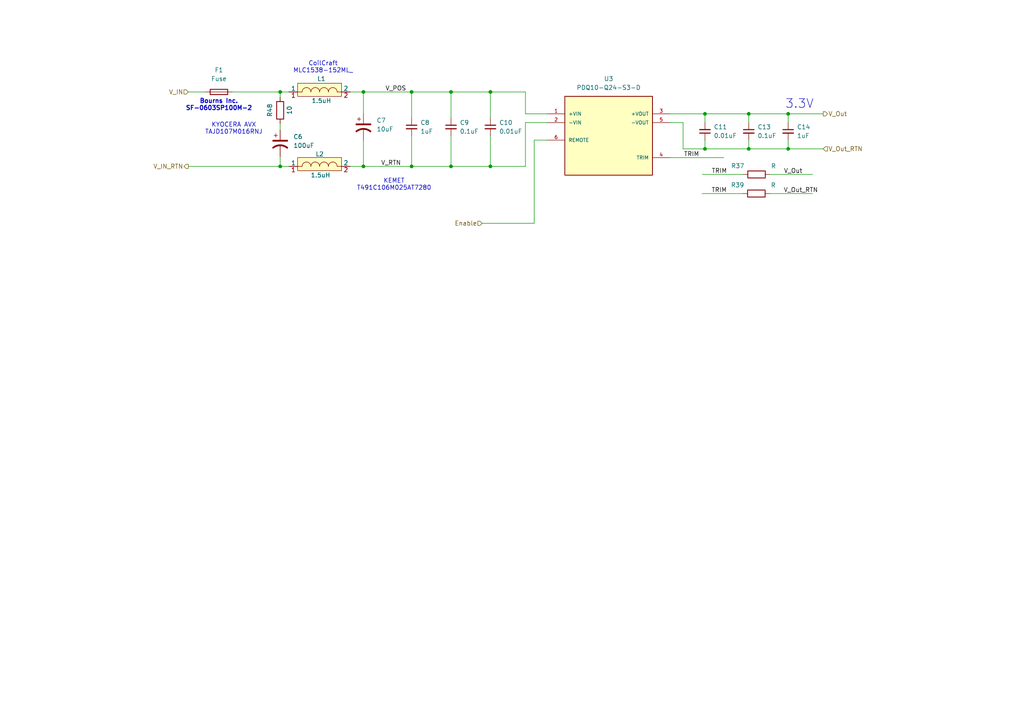
<source format=kicad_sch>
(kicad_sch
	(version 20250114)
	(generator "eeschema")
	(generator_version "9.0")
	(uuid "469251ef-fdc7-41a5-b07e-c3f179f818de")
	(paper "A4")
	(lib_symbols
		(symbol "CUI:PDQ10-Q24-S3-D"
			(pin_names
				(offset 1.016)
			)
			(exclude_from_sim no)
			(in_bom yes)
			(on_board yes)
			(property "Reference" "U"
				(at -12.725 10.1799 0)
				(effects
					(font
						(size 1.27 1.27)
					)
					(justify left bottom)
				)
			)
			(property "Value" "PDQ10-Q24-S3-D"
				(at -12.7248 -15.2698 0)
				(effects
					(font
						(size 1.27 1.27)
					)
					(justify left bottom)
				)
			)
			(property "Footprint" "PDQ10-Q24-S3-D:CONV_PDQ10-Q24-S3-D"
				(at 0 0 0)
				(effects
					(font
						(size 1.27 1.27)
					)
					(justify bottom)
					(hide yes)
				)
			)
			(property "Datasheet" ""
				(at 0 0 0)
				(effects
					(font
						(size 1.27 1.27)
					)
					(hide yes)
				)
			)
			(property "Description" ""
				(at 0 0 0)
				(effects
					(font
						(size 1.27 1.27)
					)
					(hide yes)
				)
			)
			(property "MF" "CUI Inc."
				(at 0 0 0)
				(effects
					(font
						(size 1.27 1.27)
					)
					(justify bottom)
					(hide yes)
				)
			)
			(property "Description_1" "10 W, 4:1 Input Range, Single/Dual Regulated Output, 1500 Vdc Isolation, Dc-Dc Converter"
				(at 0 0 0)
				(effects
					(font
						(size 1.27 1.27)
					)
					(justify bottom)
					(hide yes)
				)
			)
			(property "Package" "DIP-6 CUI"
				(at 0 0 0)
				(effects
					(font
						(size 1.27 1.27)
					)
					(justify bottom)
					(hide yes)
				)
			)
			(property "Price" "None"
				(at 0 0 0)
				(effects
					(font
						(size 1.27 1.27)
					)
					(justify bottom)
					(hide yes)
				)
			)
			(property "Check_prices" "https://www.snapeda.com/parts/PDQ10-Q24-S3-D/CUI/view-part/?ref=eda"
				(at 0 0 0)
				(effects
					(font
						(size 1.27 1.27)
					)
					(justify bottom)
					(hide yes)
				)
			)
			(property "STANDARD" "Manufacturer Recommendations"
				(at 0 0 0)
				(effects
					(font
						(size 1.27 1.27)
					)
					(justify bottom)
					(hide yes)
				)
			)
			(property "PARTREV" "1.0"
				(at 0 0 0)
				(effects
					(font
						(size 1.27 1.27)
					)
					(justify bottom)
					(hide yes)
				)
			)
			(property "SnapEDA_Link" "https://www.snapeda.com/parts/PDQ10-Q24-S3-D/CUI/view-part/?ref=snap"
				(at 0 0 0)
				(effects
					(font
						(size 1.27 1.27)
					)
					(justify bottom)
					(hide yes)
				)
			)
			(property "MP" "PDQ10-Q24-S3-D"
				(at 0 0 0)
				(effects
					(font
						(size 1.27 1.27)
					)
					(justify bottom)
					(hide yes)
				)
			)
			(property "CUI_purchase_URL" "https://www.cui.com/product/dc-dc-converters/isolated/pdq10-d-series?utm_source=snapeda.com&utm_medium=referral&utm_campaign=snapedaBOM"
				(at 0 0 0)
				(effects
					(font
						(size 1.27 1.27)
					)
					(justify bottom)
					(hide yes)
				)
			)
			(property "Availability" "In Stock"
				(at 0 0 0)
				(effects
					(font
						(size 1.27 1.27)
					)
					(justify bottom)
					(hide yes)
				)
			)
			(property "MANUFACTURER" "CUI Inc"
				(at 0 0 0)
				(effects
					(font
						(size 1.27 1.27)
					)
					(justify bottom)
					(hide yes)
				)
			)
			(symbol "PDQ10-Q24-S3-D_0_0"
				(rectangle
					(start -12.7 -12.7)
					(end 12.7 10.16)
					(stroke
						(width 0.254)
						(type default)
					)
					(fill
						(type background)
					)
				)
				(pin input line
					(at -17.78 5.08 0)
					(length 5.08)
					(name "+VIN"
						(effects
							(font
								(size 1.016 1.016)
							)
						)
					)
					(number "1"
						(effects
							(font
								(size 1.016 1.016)
							)
						)
					)
				)
				(pin input line
					(at -17.78 2.54 0)
					(length 5.08)
					(name "-VIN"
						(effects
							(font
								(size 1.016 1.016)
							)
						)
					)
					(number "2"
						(effects
							(font
								(size 1.016 1.016)
							)
						)
					)
				)
				(pin input line
					(at -17.78 -2.54 0)
					(length 5.08)
					(name "REMOTE"
						(effects
							(font
								(size 1.016 1.016)
							)
						)
					)
					(number "6"
						(effects
							(font
								(size 1.016 1.016)
							)
						)
					)
				)
				(pin output line
					(at 17.78 5.08 180)
					(length 5.08)
					(name "+VOUT"
						(effects
							(font
								(size 1.016 1.016)
							)
						)
					)
					(number "3"
						(effects
							(font
								(size 1.016 1.016)
							)
						)
					)
				)
				(pin output line
					(at 17.78 2.54 180)
					(length 5.08)
					(name "-VOUT"
						(effects
							(font
								(size 1.016 1.016)
							)
						)
					)
					(number "5"
						(effects
							(font
								(size 1.016 1.016)
							)
						)
					)
				)
				(pin passive line
					(at 17.78 -7.62 180)
					(length 5.08)
					(name "TRIM"
						(effects
							(font
								(size 1.016 1.016)
							)
						)
					)
					(number "4"
						(effects
							(font
								(size 1.016 1.016)
							)
						)
					)
				)
			)
			(embedded_fonts no)
		)
		(symbol "CoilCraft:MLC7542"
			(pin_names
				(offset 0)
			)
			(exclude_from_sim no)
			(in_bom yes)
			(on_board yes)
			(property "Reference" "L"
				(at 5.334 3.81 0)
				(effects
					(font
						(size 1.27 1.27)
					)
				)
			)
			(property "Value" ""
				(at 6.35 3.302 0)
				(effects
					(font
						(size 1.27 1.27)
					)
				)
			)
			(property "Footprint" ""
				(at 6.35 3.302 0)
				(effects
					(font
						(size 1.27 1.27)
					)
					(hide yes)
				)
			)
			(property "Datasheet" ""
				(at 6.35 3.302 0)
				(effects
					(font
						(size 1.27 1.27)
					)
					(hide yes)
				)
			)
			(property "Description" ""
				(at 6.35 3.302 0)
				(effects
					(font
						(size 1.27 1.27)
					)
					(hide yes)
				)
			)
			(symbol "MLC7542_0_1"
				(arc
					(start 1.27 0)
					(mid 1.642 0.898)
					(end 2.54 1.27)
					(stroke
						(width 0)
						(type default)
					)
					(fill
						(type none)
					)
				)
				(arc
					(start 2.54 1.27)
					(mid 3.438 0.898)
					(end 3.81 0)
					(stroke
						(width 0)
						(type default)
					)
					(fill
						(type none)
					)
				)
				(arc
					(start 3.81 0)
					(mid 4.182 0.898)
					(end 5.08 1.27)
					(stroke
						(width 0)
						(type default)
					)
					(fill
						(type none)
					)
				)
				(arc
					(start 5.08 1.27)
					(mid 5.978 0.898)
					(end 6.35 0)
					(stroke
						(width 0)
						(type default)
					)
					(fill
						(type none)
					)
				)
				(arc
					(start 6.35 0)
					(mid 6.722 0.898)
					(end 7.62 1.27)
					(stroke
						(width 0)
						(type default)
					)
					(fill
						(type none)
					)
				)
				(arc
					(start 7.62 1.27)
					(mid 8.518 0.898)
					(end 8.89 0)
					(stroke
						(width 0)
						(type default)
					)
					(fill
						(type none)
					)
				)
				(arc
					(start 8.89 0)
					(mid 9.262 0.898)
					(end 10.16 1.27)
					(stroke
						(width 0)
						(type default)
					)
					(fill
						(type none)
					)
				)
				(arc
					(start 10.16 1.27)
					(mid 11.058 0.898)
					(end 11.43 0)
					(stroke
						(width 0)
						(type default)
					)
					(fill
						(type none)
					)
				)
			)
			(symbol "MLC7542_1_1"
				(rectangle
					(start 0 2.54)
					(end 12.7 -1.27)
					(stroke
						(width 0)
						(type default)
					)
					(fill
						(type background)
					)
				)
				(polyline
					(pts
						(xy 1.27 0) (xy 0 0)
					)
					(stroke
						(width 0)
						(type default)
					)
					(fill
						(type none)
					)
				)
				(polyline
					(pts
						(xy 11.43 0) (xy 12.7 0)
					)
					(stroke
						(width 0)
						(type default)
					)
					(fill
						(type none)
					)
				)
				(pin bidirectional line
					(at -2.54 0 0)
					(length 2.54)
					(name "1"
						(effects
							(font
								(size 1.27 1.27)
							)
						)
					)
					(number "1"
						(effects
							(font
								(size 1.27 1.27)
							)
						)
					)
				)
				(pin bidirectional line
					(at 15.24 0 180)
					(length 2.54)
					(name "2"
						(effects
							(font
								(size 1.27 1.27)
							)
						)
					)
					(number "2"
						(effects
							(font
								(size 1.27 1.27)
							)
						)
					)
				)
			)
			(embedded_fonts no)
		)
		(symbol "Device:C_Polarized_US"
			(pin_numbers
				(hide yes)
			)
			(pin_names
				(offset 0.254)
				(hide yes)
			)
			(exclude_from_sim no)
			(in_bom yes)
			(on_board yes)
			(property "Reference" "C"
				(at 0.635 2.54 0)
				(effects
					(font
						(size 1.27 1.27)
					)
					(justify left)
				)
			)
			(property "Value" "C_Polarized_US"
				(at 0.635 -2.54 0)
				(effects
					(font
						(size 1.27 1.27)
					)
					(justify left)
				)
			)
			(property "Footprint" ""
				(at 0 0 0)
				(effects
					(font
						(size 1.27 1.27)
					)
					(hide yes)
				)
			)
			(property "Datasheet" "~"
				(at 0 0 0)
				(effects
					(font
						(size 1.27 1.27)
					)
					(hide yes)
				)
			)
			(property "Description" "Polarized capacitor, US symbol"
				(at 0 0 0)
				(effects
					(font
						(size 1.27 1.27)
					)
					(hide yes)
				)
			)
			(property "ki_keywords" "cap capacitor"
				(at 0 0 0)
				(effects
					(font
						(size 1.27 1.27)
					)
					(hide yes)
				)
			)
			(property "ki_fp_filters" "CP_*"
				(at 0 0 0)
				(effects
					(font
						(size 1.27 1.27)
					)
					(hide yes)
				)
			)
			(symbol "C_Polarized_US_0_1"
				(polyline
					(pts
						(xy -2.032 0.762) (xy 2.032 0.762)
					)
					(stroke
						(width 0.508)
						(type default)
					)
					(fill
						(type none)
					)
				)
				(polyline
					(pts
						(xy -1.778 2.286) (xy -0.762 2.286)
					)
					(stroke
						(width 0)
						(type default)
					)
					(fill
						(type none)
					)
				)
				(polyline
					(pts
						(xy -1.27 1.778) (xy -1.27 2.794)
					)
					(stroke
						(width 0)
						(type default)
					)
					(fill
						(type none)
					)
				)
				(arc
					(start -2.032 -1.27)
					(mid 0 -0.5572)
					(end 2.032 -1.27)
					(stroke
						(width 0.508)
						(type default)
					)
					(fill
						(type none)
					)
				)
			)
			(symbol "C_Polarized_US_1_1"
				(pin passive line
					(at 0 3.81 270)
					(length 2.794)
					(name "~"
						(effects
							(font
								(size 1.27 1.27)
							)
						)
					)
					(number "1"
						(effects
							(font
								(size 1.27 1.27)
							)
						)
					)
				)
				(pin passive line
					(at 0 -3.81 90)
					(length 3.302)
					(name "~"
						(effects
							(font
								(size 1.27 1.27)
							)
						)
					)
					(number "2"
						(effects
							(font
								(size 1.27 1.27)
							)
						)
					)
				)
			)
			(embedded_fonts no)
		)
		(symbol "Device:C_Small"
			(pin_numbers
				(hide yes)
			)
			(pin_names
				(offset 0.254)
				(hide yes)
			)
			(exclude_from_sim no)
			(in_bom yes)
			(on_board yes)
			(property "Reference" "C"
				(at 0.254 1.778 0)
				(effects
					(font
						(size 1.27 1.27)
					)
					(justify left)
				)
			)
			(property "Value" "C_Small"
				(at 0.254 -2.032 0)
				(effects
					(font
						(size 1.27 1.27)
					)
					(justify left)
				)
			)
			(property "Footprint" ""
				(at 0 0 0)
				(effects
					(font
						(size 1.27 1.27)
					)
					(hide yes)
				)
			)
			(property "Datasheet" "~"
				(at 0 0 0)
				(effects
					(font
						(size 1.27 1.27)
					)
					(hide yes)
				)
			)
			(property "Description" "Unpolarized capacitor, small symbol"
				(at 0 0 0)
				(effects
					(font
						(size 1.27 1.27)
					)
					(hide yes)
				)
			)
			(property "ki_keywords" "capacitor cap"
				(at 0 0 0)
				(effects
					(font
						(size 1.27 1.27)
					)
					(hide yes)
				)
			)
			(property "ki_fp_filters" "C_*"
				(at 0 0 0)
				(effects
					(font
						(size 1.27 1.27)
					)
					(hide yes)
				)
			)
			(symbol "C_Small_0_1"
				(polyline
					(pts
						(xy -1.524 0.508) (xy 1.524 0.508)
					)
					(stroke
						(width 0.3048)
						(type default)
					)
					(fill
						(type none)
					)
				)
				(polyline
					(pts
						(xy -1.524 -0.508) (xy 1.524 -0.508)
					)
					(stroke
						(width 0.3302)
						(type default)
					)
					(fill
						(type none)
					)
				)
			)
			(symbol "C_Small_1_1"
				(pin passive line
					(at 0 2.54 270)
					(length 2.032)
					(name "~"
						(effects
							(font
								(size 1.27 1.27)
							)
						)
					)
					(number "1"
						(effects
							(font
								(size 1.27 1.27)
							)
						)
					)
				)
				(pin passive line
					(at 0 -2.54 90)
					(length 2.032)
					(name "~"
						(effects
							(font
								(size 1.27 1.27)
							)
						)
					)
					(number "2"
						(effects
							(font
								(size 1.27 1.27)
							)
						)
					)
				)
			)
			(embedded_fonts no)
		)
		(symbol "Device:Fuse"
			(pin_numbers
				(hide yes)
			)
			(pin_names
				(offset 0)
			)
			(exclude_from_sim no)
			(in_bom yes)
			(on_board yes)
			(property "Reference" "F"
				(at 2.032 0 90)
				(effects
					(font
						(size 1.27 1.27)
					)
				)
			)
			(property "Value" "Fuse"
				(at -1.905 0 90)
				(effects
					(font
						(size 1.27 1.27)
					)
				)
			)
			(property "Footprint" ""
				(at -1.778 0 90)
				(effects
					(font
						(size 1.27 1.27)
					)
					(hide yes)
				)
			)
			(property "Datasheet" "~"
				(at 0 0 0)
				(effects
					(font
						(size 1.27 1.27)
					)
					(hide yes)
				)
			)
			(property "Description" "Fuse"
				(at 0 0 0)
				(effects
					(font
						(size 1.27 1.27)
					)
					(hide yes)
				)
			)
			(property "ki_keywords" "fuse"
				(at 0 0 0)
				(effects
					(font
						(size 1.27 1.27)
					)
					(hide yes)
				)
			)
			(property "ki_fp_filters" "*Fuse*"
				(at 0 0 0)
				(effects
					(font
						(size 1.27 1.27)
					)
					(hide yes)
				)
			)
			(symbol "Fuse_0_1"
				(rectangle
					(start -0.762 -2.54)
					(end 0.762 2.54)
					(stroke
						(width 0.254)
						(type default)
					)
					(fill
						(type none)
					)
				)
				(polyline
					(pts
						(xy 0 2.54) (xy 0 -2.54)
					)
					(stroke
						(width 0)
						(type default)
					)
					(fill
						(type none)
					)
				)
			)
			(symbol "Fuse_1_1"
				(pin passive line
					(at 0 3.81 270)
					(length 1.27)
					(name "~"
						(effects
							(font
								(size 1.27 1.27)
							)
						)
					)
					(number "1"
						(effects
							(font
								(size 1.27 1.27)
							)
						)
					)
				)
				(pin passive line
					(at 0 -3.81 90)
					(length 1.27)
					(name "~"
						(effects
							(font
								(size 1.27 1.27)
							)
						)
					)
					(number "2"
						(effects
							(font
								(size 1.27 1.27)
							)
						)
					)
				)
			)
			(embedded_fonts no)
		)
		(symbol "Device:R"
			(pin_numbers
				(hide yes)
			)
			(pin_names
				(offset 0)
			)
			(exclude_from_sim no)
			(in_bom yes)
			(on_board yes)
			(property "Reference" "R"
				(at 2.032 0 90)
				(effects
					(font
						(size 1.27 1.27)
					)
				)
			)
			(property "Value" "R"
				(at 0 0 90)
				(effects
					(font
						(size 1.27 1.27)
					)
				)
			)
			(property "Footprint" ""
				(at -1.778 0 90)
				(effects
					(font
						(size 1.27 1.27)
					)
					(hide yes)
				)
			)
			(property "Datasheet" "~"
				(at 0 0 0)
				(effects
					(font
						(size 1.27 1.27)
					)
					(hide yes)
				)
			)
			(property "Description" "Resistor"
				(at 0 0 0)
				(effects
					(font
						(size 1.27 1.27)
					)
					(hide yes)
				)
			)
			(property "ki_keywords" "R res resistor"
				(at 0 0 0)
				(effects
					(font
						(size 1.27 1.27)
					)
					(hide yes)
				)
			)
			(property "ki_fp_filters" "R_*"
				(at 0 0 0)
				(effects
					(font
						(size 1.27 1.27)
					)
					(hide yes)
				)
			)
			(symbol "R_0_1"
				(rectangle
					(start -1.016 -2.54)
					(end 1.016 2.54)
					(stroke
						(width 0.254)
						(type default)
					)
					(fill
						(type none)
					)
				)
			)
			(symbol "R_1_1"
				(pin passive line
					(at 0 3.81 270)
					(length 1.27)
					(name "~"
						(effects
							(font
								(size 1.27 1.27)
							)
						)
					)
					(number "1"
						(effects
							(font
								(size 1.27 1.27)
							)
						)
					)
				)
				(pin passive line
					(at 0 -3.81 90)
					(length 1.27)
					(name "~"
						(effects
							(font
								(size 1.27 1.27)
							)
						)
					)
					(number "2"
						(effects
							(font
								(size 1.27 1.27)
							)
						)
					)
				)
			)
			(embedded_fonts no)
		)
	)
	(text "Bourns Inc.\nSF-0603SP100M-2"
		(exclude_from_sim no)
		(at 63.5 30.4712 0)
		(effects
			(font
				(size 1.27 1.27)
				(thickness 0.254)
				(bold yes)
			)
		)
		(uuid "870b468f-e460-4577-b39c-ef4bcb9aa227")
	)
	(text "KYOCERA AVX\nTAJD107M016RNJ"
		(exclude_from_sim no)
		(at 67.818 37.338 0)
		(effects
			(font
				(size 1.27 1.27)
			)
		)
		(uuid "8efa30cf-d6fd-44c1-8814-24869f7246e4")
	)
	(text "KEMET\nT491C106M025AT7280"
		(exclude_from_sim no)
		(at 114.3 53.594 0)
		(effects
			(font
				(size 1.27 1.27)
			)
		)
		(uuid "c5ebe88a-52fd-4252-b6b7-f99e90bd4824")
	)
	(text "CoilCraft\nMLC1538-152ML_"
		(exclude_from_sim no)
		(at 93.7194 19.537 0)
		(effects
			(font
				(size 1.27 1.27)
			)
		)
		(uuid "c96c875b-ba76-41cb-946b-03b6178ef8f6")
	)
	(text "3.3V"
		(exclude_from_sim no)
		(at 231.902 30.226 0)
		(effects
			(font
				(size 2.54 2.54)
			)
		)
		(uuid "fb79b4a4-3e2c-4dd0-a9a6-9756497fc68d")
	)
	(junction
		(at 217.17 33.02)
		(diameter 0)
		(color 0 0 0 0)
		(uuid "037775c5-88c2-44fe-b594-3e7ecbd6a798")
	)
	(junction
		(at 142.24 26.67)
		(diameter 0)
		(color 0 0 0 0)
		(uuid "0955f71a-533d-472f-8ae2-8310cbaecd4c")
	)
	(junction
		(at 81.2601 26.67)
		(diameter 0)
		(color 0 0 0 0)
		(uuid "0c120aa7-f0bd-4653-b165-3f83648985be")
	)
	(junction
		(at 81.2647 48.26)
		(diameter 0)
		(color 0 0 0 0)
		(uuid "163b7de0-7f41-4343-814d-626f6994728e")
	)
	(junction
		(at 130.81 26.67)
		(diameter 0)
		(color 0 0 0 0)
		(uuid "2038201d-879f-4098-b15d-044bf58de084")
	)
	(junction
		(at 204.47 43.18)
		(diameter 0)
		(color 0 0 0 0)
		(uuid "2890caa6-ee36-455d-a1ba-a65944f60697")
	)
	(junction
		(at 142.24 48.26)
		(diameter 0)
		(color 0 0 0 0)
		(uuid "4f544eca-b68e-470a-89d3-9dd5f9d42543")
	)
	(junction
		(at 119.38 48.26)
		(diameter 0)
		(color 0 0 0 0)
		(uuid "58511d6e-6d21-44c5-be42-518437ccdd82")
	)
	(junction
		(at 217.17 43.18)
		(diameter 0)
		(color 0 0 0 0)
		(uuid "5b349b79-e988-430f-87cb-09f94b3107be")
	)
	(junction
		(at 204.47 33.02)
		(diameter 0)
		(color 0 0 0 0)
		(uuid "5e6cf777-d251-48a2-ae20-7659abe9b7d0")
	)
	(junction
		(at 228.6 43.18)
		(diameter 0)
		(color 0 0 0 0)
		(uuid "654ff6c4-cc04-4b64-86ce-1ba2ec6014ef")
	)
	(junction
		(at 119.38 26.67)
		(diameter 0)
		(color 0 0 0 0)
		(uuid "69f1ba70-6f24-4d4c-b338-2efd9c314279")
	)
	(junction
		(at 130.81 48.26)
		(diameter 0)
		(color 0 0 0 0)
		(uuid "8449b902-205e-49e6-a1b5-8401cdf5d519")
	)
	(junction
		(at 228.6 33.02)
		(diameter 0)
		(color 0 0 0 0)
		(uuid "95124cab-5eaa-4506-a84e-eb23165143df")
	)
	(junction
		(at 105.41 26.67)
		(diameter 0)
		(color 0 0 0 0)
		(uuid "99c8a475-4ce8-45cb-b874-2df5d61c0394")
	)
	(junction
		(at 105.41 48.26)
		(diameter 0)
		(color 0 0 0 0)
		(uuid "c0031dce-3a4b-4294-ab47-ccfbb70326ab")
	)
	(wire
		(pts
			(xy 54.61 26.67) (xy 59.69 26.67)
		)
		(stroke
			(width 0)
			(type default)
		)
		(uuid "05c54a07-4f6e-467b-a259-ae7c4589bf3a")
	)
	(wire
		(pts
			(xy 198.12 43.18) (xy 198.12 35.56)
		)
		(stroke
			(width 0)
			(type default)
		)
		(uuid "168b18eb-489d-47ba-bd9f-695090fe5cb6")
	)
	(wire
		(pts
			(xy 152.4 26.67) (xy 152.4 33.02)
		)
		(stroke
			(width 0)
			(type default)
		)
		(uuid "1836bc67-978b-4645-bfa4-5b288f464057")
	)
	(wire
		(pts
			(xy 204.47 43.18) (xy 217.17 43.18)
		)
		(stroke
			(width 0)
			(type default)
		)
		(uuid "18a007f1-fc8e-4f49-9512-5c3a2c0c8b8f")
	)
	(wire
		(pts
			(xy 228.6 43.18) (xy 238.76 43.18)
		)
		(stroke
			(width 0)
			(type default)
		)
		(uuid "20cd3366-ece5-4130-b3c7-2942c8b0abd6")
	)
	(wire
		(pts
			(xy 228.6 40.64) (xy 228.6 43.18)
		)
		(stroke
			(width 0)
			(type default)
		)
		(uuid "23104872-7426-465d-aa26-71a9b6825d87")
	)
	(wire
		(pts
			(xy 223.2396 50.5904) (xy 235.6813 50.5904)
		)
		(stroke
			(width 0)
			(type default)
		)
		(uuid "233639f7-7c97-4efc-9338-8ee71635bbba")
	)
	(wire
		(pts
			(xy 130.81 39.37) (xy 130.81 48.26)
		)
		(stroke
			(width 0)
			(type default)
		)
		(uuid "262902ad-5b78-4072-bf66-2e4743c5fa3b")
	)
	(wire
		(pts
			(xy 142.24 39.37) (xy 142.24 48.26)
		)
		(stroke
			(width 0)
			(type default)
		)
		(uuid "291cf113-da50-4c24-8097-6a3540d68411")
	)
	(wire
		(pts
			(xy 154.94 40.64) (xy 154.94 64.77)
		)
		(stroke
			(width 0)
			(type default)
		)
		(uuid "323ab4e5-2d58-4098-b690-d90d7a320a13")
	)
	(wire
		(pts
			(xy 228.6 33.02) (xy 238.76 33.02)
		)
		(stroke
			(width 0)
			(type default)
		)
		(uuid "343a55ed-960e-4964-a284-f913d4142e7a")
	)
	(wire
		(pts
			(xy 81.2601 35.8136) (xy 81.2601 37.7664)
		)
		(stroke
			(width 0)
			(type default)
		)
		(uuid "34e759e9-478e-4c86-a6a4-74fbe93bd9b1")
	)
	(wire
		(pts
			(xy 81.2647 45.3864) (xy 81.2647 48.26)
		)
		(stroke
			(width 0)
			(type default)
		)
		(uuid "393fffbb-f924-49d0-8886-70b5caa2408d")
	)
	(wire
		(pts
			(xy 204.47 43.18) (xy 204.47 40.64)
		)
		(stroke
			(width 0)
			(type default)
		)
		(uuid "3ff245b7-64c2-4b72-9b51-80dd710f0022")
	)
	(wire
		(pts
			(xy 223.1907 56.1421) (xy 235.6324 56.1421)
		)
		(stroke
			(width 0)
			(type default)
		)
		(uuid "44e141b2-4a7e-4b26-b23a-0abb9b8f9d0a")
	)
	(wire
		(pts
			(xy 81.2647 48.26) (xy 83.82 48.26)
		)
		(stroke
			(width 0)
			(type default)
		)
		(uuid "49da5f45-62ab-4ed5-a315-ce3244afae3e")
	)
	(wire
		(pts
			(xy 217.17 33.02) (xy 228.6 33.02)
		)
		(stroke
			(width 0)
			(type default)
		)
		(uuid "4b5735de-b2eb-4387-bae8-2fb569e56b43")
	)
	(wire
		(pts
			(xy 217.17 40.64) (xy 217.17 43.18)
		)
		(stroke
			(width 0)
			(type default)
		)
		(uuid "4b8b3250-cdc7-4518-8d69-5684d0c77d77")
	)
	(wire
		(pts
			(xy 215.5707 56.1421) (xy 203.6426 56.1421)
		)
		(stroke
			(width 0)
			(type default)
		)
		(uuid "5b14eea5-2139-442e-8761-e933d4b505c1")
	)
	(wire
		(pts
			(xy 204.47 33.02) (xy 217.17 33.02)
		)
		(stroke
			(width 0)
			(type default)
		)
		(uuid "5ccfd18d-d275-431a-a7f1-cb313d330413")
	)
	(wire
		(pts
			(xy 119.38 39.37) (xy 119.38 48.26)
		)
		(stroke
			(width 0)
			(type default)
		)
		(uuid "5fb73e94-f3ca-43a8-952e-996c410abf4b")
	)
	(wire
		(pts
			(xy 228.6 43.18) (xy 217.17 43.18)
		)
		(stroke
			(width 0)
			(type default)
		)
		(uuid "5ff54c47-0e47-4229-a06f-064bb4d98d72")
	)
	(wire
		(pts
			(xy 194.31 45.72) (xy 209.9249 45.72)
		)
		(stroke
			(width 0)
			(type default)
		)
		(uuid "6b5deab7-e9f1-47ab-8634-7c66dfe20438")
	)
	(wire
		(pts
			(xy 105.41 48.26) (xy 101.6 48.26)
		)
		(stroke
			(width 0)
			(type default)
		)
		(uuid "6e1f4a4f-61ce-4de5-b9c6-c0e0590f8a74")
	)
	(wire
		(pts
			(xy 204.47 33.02) (xy 204.47 35.56)
		)
		(stroke
			(width 0)
			(type default)
		)
		(uuid "7314e8c7-e099-4379-b87b-93b7e7c6f81b")
	)
	(wire
		(pts
			(xy 198.12 35.56) (xy 194.31 35.56)
		)
		(stroke
			(width 0)
			(type default)
		)
		(uuid "7488d630-605b-4547-9620-61ac86a91c54")
	)
	(wire
		(pts
			(xy 130.81 26.67) (xy 142.24 26.67)
		)
		(stroke
			(width 0)
			(type default)
		)
		(uuid "77b02cc0-4281-4c0d-b256-71f0ba9fbf47")
	)
	(wire
		(pts
			(xy 152.4 33.02) (xy 158.75 33.02)
		)
		(stroke
			(width 0)
			(type default)
		)
		(uuid "7a9d5c53-9775-4de9-9e04-9042fe00dd2e")
	)
	(wire
		(pts
			(xy 105.41 26.67) (xy 101.6 26.67)
		)
		(stroke
			(width 0)
			(type default)
		)
		(uuid "7f8b2ba4-502e-47cd-badb-d3d87eabf22f")
	)
	(wire
		(pts
			(xy 81.2601 26.67) (xy 83.82 26.67)
		)
		(stroke
			(width 0)
			(type default)
		)
		(uuid "80986106-91a9-4c05-b5f3-8bb62a7dcc89")
	)
	(wire
		(pts
			(xy 81.2601 37.7664) (xy 81.2647 37.7664)
		)
		(stroke
			(width 0)
			(type default)
		)
		(uuid "861e2b37-8843-4b98-9509-20171406e53e")
	)
	(wire
		(pts
			(xy 54.61 48.26) (xy 81.2647 48.26)
		)
		(stroke
			(width 0)
			(type default)
		)
		(uuid "8e4324f0-c63e-4813-816b-8a12e9bfaa10")
	)
	(wire
		(pts
			(xy 105.41 40.64) (xy 105.41 48.26)
		)
		(stroke
			(width 0)
			(type default)
		)
		(uuid "90252fc6-050d-43fb-9c93-a0250fc4fa9d")
	)
	(wire
		(pts
			(xy 119.38 26.67) (xy 130.81 26.67)
		)
		(stroke
			(width 0)
			(type default)
		)
		(uuid "93f4dd5c-8c11-4195-bee9-81f050cbdc4a")
	)
	(wire
		(pts
			(xy 130.81 48.26) (xy 119.38 48.26)
		)
		(stroke
			(width 0)
			(type default)
		)
		(uuid "9d152559-e13c-4c3c-b33e-fc616f38849e")
	)
	(wire
		(pts
			(xy 152.4 35.56) (xy 152.4 48.26)
		)
		(stroke
			(width 0)
			(type default)
		)
		(uuid "9dab66da-3a3e-4087-8a3c-c506f7224c95")
	)
	(wire
		(pts
			(xy 142.24 48.26) (xy 130.81 48.26)
		)
		(stroke
			(width 0)
			(type default)
		)
		(uuid "9f34cabe-a013-4d47-be3d-600f5e335d23")
	)
	(wire
		(pts
			(xy 142.24 26.67) (xy 152.4 26.67)
		)
		(stroke
			(width 0)
			(type default)
		)
		(uuid "9f4ae868-2b4a-47ec-84ae-267f42399a7b")
	)
	(wire
		(pts
			(xy 154.94 64.77) (xy 139.8456 64.77)
		)
		(stroke
			(width 0)
			(type default)
		)
		(uuid "a0052d6d-f4ab-4437-b10a-c3ad0cd336f9")
	)
	(wire
		(pts
			(xy 119.38 48.26) (xy 105.41 48.26)
		)
		(stroke
			(width 0)
			(type default)
		)
		(uuid "a6650882-9756-4d36-8925-77347564ffab")
	)
	(wire
		(pts
			(xy 158.75 40.64) (xy 154.94 40.64)
		)
		(stroke
			(width 0)
			(type default)
		)
		(uuid "af0c66b9-9906-45c9-99ef-0d2e6a0c2308")
	)
	(wire
		(pts
			(xy 194.31 33.02) (xy 204.47 33.02)
		)
		(stroke
			(width 0)
			(type default)
		)
		(uuid "b7d91c7b-9025-4014-a5db-8b8c8102ce03")
	)
	(wire
		(pts
			(xy 228.6 33.02) (xy 228.6 35.56)
		)
		(stroke
			(width 0)
			(type default)
		)
		(uuid "bcc28341-d44e-4050-9276-cbeefaf0843f")
	)
	(wire
		(pts
			(xy 105.41 33.02) (xy 105.41 26.67)
		)
		(stroke
			(width 0)
			(type default)
		)
		(uuid "cbd941eb-612e-452f-9427-9d008fe91674")
	)
	(wire
		(pts
			(xy 105.41 26.67) (xy 119.38 26.67)
		)
		(stroke
			(width 0)
			(type default)
		)
		(uuid "ce14c83e-30cd-4656-86eb-3722bf876799")
	)
	(wire
		(pts
			(xy 215.6196 50.5904) (xy 203.6915 50.5904)
		)
		(stroke
			(width 0)
			(type default)
		)
		(uuid "ce3c3626-cdf2-4f41-af18-bf2083ae5d36")
	)
	(wire
		(pts
			(xy 158.75 35.56) (xy 152.4 35.56)
		)
		(stroke
			(width 0)
			(type default)
		)
		(uuid "de144302-294d-437d-884b-162d2a033b32")
	)
	(wire
		(pts
			(xy 152.4 48.26) (xy 142.24 48.26)
		)
		(stroke
			(width 0)
			(type default)
		)
		(uuid "e0296ce1-f88d-4057-83cb-1dfc41f74d12")
	)
	(wire
		(pts
			(xy 204.47 43.18) (xy 198.12 43.18)
		)
		(stroke
			(width 0)
			(type default)
		)
		(uuid "e378a213-ccda-4f06-bc81-f995b8ee161f")
	)
	(wire
		(pts
			(xy 142.24 26.67) (xy 142.24 34.29)
		)
		(stroke
			(width 0)
			(type default)
		)
		(uuid "e8542061-9e09-4082-b5ae-e8af625f5ff0")
	)
	(wire
		(pts
			(xy 81.2601 28.1936) (xy 81.2601 26.67)
		)
		(stroke
			(width 0)
			(type default)
		)
		(uuid "e993508f-4d60-4745-9ba9-3344e486fa41")
	)
	(wire
		(pts
			(xy 130.81 26.67) (xy 130.81 34.29)
		)
		(stroke
			(width 0)
			(type default)
		)
		(uuid "ef9f816f-c408-4daf-888e-b948d2406a3d")
	)
	(wire
		(pts
			(xy 67.31 26.67) (xy 81.2601 26.67)
		)
		(stroke
			(width 0)
			(type default)
		)
		(uuid "f13ddf75-d1e5-4a05-8722-3a9b6377570b")
	)
	(wire
		(pts
			(xy 119.38 26.67) (xy 119.38 34.29)
		)
		(stroke
			(width 0)
			(type default)
		)
		(uuid "f48281b4-e752-4cf8-ae6e-e16cb82c907a")
	)
	(wire
		(pts
			(xy 217.17 33.02) (xy 217.17 35.56)
		)
		(stroke
			(width 0)
			(type default)
		)
		(uuid "f7f80f5e-b1b0-44b9-a87e-ec52e2d5bc65")
	)
	(label "TRIM"
		(at 206.3818 50.5904 0)
		(effects
			(font
				(size 1.27 1.27)
			)
			(justify left bottom)
		)
		(uuid "1ee11df4-e515-4231-b4cc-287029a4a8a2")
	)
	(label "V_Out"
		(at 227.317 50.5904 0)
		(effects
			(font
				(size 1.27 1.27)
			)
			(justify left bottom)
		)
		(uuid "4cd41d78-3b21-4d58-9bb8-8c872684a1d2")
	)
	(label "V_POS"
		(at 111.76 26.67 0)
		(effects
			(font
				(size 1.27 1.27)
			)
			(justify left bottom)
		)
		(uuid "559c1582-1401-4f41-a692-c89445867165")
	)
	(label "TRIM"
		(at 198.3323 45.72 0)
		(effects
			(font
				(size 1.27 1.27)
			)
			(justify left bottom)
		)
		(uuid "7d1494ef-e07b-4e82-939d-e4b41b6fb934")
	)
	(label "TRIM"
		(at 206.3329 56.1421 0)
		(effects
			(font
				(size 1.27 1.27)
			)
			(justify left bottom)
		)
		(uuid "ad162578-6eff-4295-b4be-214d13ae46df")
	)
	(label "V_Out_RTN"
		(at 227.2681 56.1421 0)
		(effects
			(font
				(size 1.27 1.27)
			)
			(justify left bottom)
		)
		(uuid "d074355b-924c-4429-aec5-125758b23747")
	)
	(label "V_RTN"
		(at 110.49 48.26 0)
		(effects
			(font
				(size 1.27 1.27)
			)
			(justify left bottom)
		)
		(uuid "e63b07b5-fed9-47db-b133-a8e07c8e1d27")
	)
	(hierarchical_label "V_Out_RTN"
		(shape input)
		(at 238.76 43.18 0)
		(effects
			(font
				(size 1.27 1.27)
			)
			(justify left)
		)
		(uuid "25c7eec9-c312-4020-87ca-efec77ec1b51")
	)
	(hierarchical_label "V_IN"
		(shape input)
		(at 54.61 26.67 180)
		(effects
			(font
				(size 1.27 1.27)
			)
			(justify right)
		)
		(uuid "8ebc4bdd-b7c5-491a-8008-5d12608c95c8")
	)
	(hierarchical_label "Enable"
		(shape input)
		(at 139.8456 64.77 180)
		(effects
			(font
				(size 1.27 1.27)
			)
			(justify right)
		)
		(uuid "daf0c3dc-7e04-4702-97b2-ddb6e50c37d8")
	)
	(hierarchical_label "V_IN_RTN"
		(shape output)
		(at 54.61 48.26 180)
		(effects
			(font
				(size 1.27 1.27)
			)
			(justify right)
		)
		(uuid "f2bd11c3-f8c9-4c03-928f-75373f84b623")
	)
	(hierarchical_label "V_Out"
		(shape output)
		(at 238.76 33.02 0)
		(effects
			(font
				(size 1.27 1.27)
			)
			(justify left)
		)
		(uuid "f3b6022a-771a-47f1-baa4-6e8f9c157c99")
	)
	(symbol
		(lib_id "Device:R")
		(at 219.4296 50.5904 90)
		(unit 1)
		(exclude_from_sim no)
		(in_bom yes)
		(on_board yes)
		(dnp no)
		(uuid "0702c71c-885b-4523-8428-487041e0bbf5")
		(property "Reference" "R37"
			(at 213.9635 48.1202 90)
			(effects
				(font
					(size 1.27 1.27)
				)
			)
		)
		(property "Value" "R"
			(at 224.3333 48.1691 90)
			(effects
				(font
					(size 1.27 1.27)
				)
			)
		)
		(property "Footprint" "Resistor_SMD:R_0805_2012Metric"
			(at 219.4296 52.3684 90)
			(effects
				(font
					(size 1.27 1.27)
				)
				(hide yes)
			)
		)
		(property "Datasheet" "~"
			(at 219.4296 50.5904 0)
			(effects
				(font
					(size 1.27 1.27)
				)
				(hide yes)
			)
		)
		(property "Description" "Resistor"
			(at 219.4296 50.5904 0)
			(effects
				(font
					(size 1.27 1.27)
				)
				(hide yes)
			)
		)
		(property "Dist. Part Num" ""
			(at 219.4296 50.5904 0)
			(effects
				(font
					(size 1.27 1.27)
				)
				(hide yes)
			)
		)
		(property "Distributor" ""
			(at 219.4296 50.5904 0)
			(effects
				(font
					(size 1.27 1.27)
				)
				(hide yes)
			)
		)
		(property "Package" "0805 (2012 Metric)"
			(at 219.4296 50.5904 0)
			(effects
				(font
					(size 1.27 1.27)
				)
				(hide yes)
			)
		)
		(property "Part Type" "SMD"
			(at 219.4296 50.5904 0)
			(effects
				(font
					(size 1.27 1.27)
				)
				(hide yes)
			)
		)
		(property "Man. Part Num" "DO NOT POPULATE"
			(at 219.4296 50.5904 0)
			(effects
				(font
					(size 1.27 1.27)
				)
				(hide yes)
			)
		)
		(property "Manufacturer" "DO NOT POPULATE"
			(at 219.4296 50.5904 0)
			(effects
				(font
					(size 1.27 1.27)
				)
				(hide yes)
			)
		)
		(pin "2"
			(uuid "a1bdc1b6-6dbb-44e7-aa03-9eba112270b4")
		)
		(pin "1"
			(uuid "41c5cc0b-5759-4f2e-98b5-c6e0df9356e0")
		)
		(instances
			(project ""
				(path "/82db3d13-eee7-4cef-9304-5eb9febba289/08b7f556-8436-464d-a02b-57cafe49e6d3/8a1c4f8b-bcaf-49d4-847b-1b0ba4d20e7f/9d41f7de-9d6c-4469-8dfd-a4af00930949"
					(reference "R37")
					(unit 1)
				)
			)
		)
	)
	(symbol
		(lib_id "Device:R")
		(at 81.2601 32.0036 180)
		(unit 1)
		(exclude_from_sim no)
		(in_bom yes)
		(on_board yes)
		(dnp no)
		(uuid "07b0f62a-e3f2-48d3-af42-a89db0e703ce")
		(property "Reference" "R48"
			(at 78.2555 31.9686 90)
			(effects
				(font
					(size 1.27 1.27)
				)
			)
		)
		(property "Value" "10"
			(at 83.9565 31.9686 90)
			(effects
				(font
					(size 1.27 1.27)
				)
			)
		)
		(property "Footprint" "Resistor_SMD:R_0603_1608Metric"
			(at 83.0381 32.0036 90)
			(effects
				(font
					(size 1.27 1.27)
				)
				(hide yes)
			)
		)
		(property "Datasheet" "https://www.seielect.com/catalog/sei-rmcf_rmcp.pdf"
			(at 81.2601 32.0036 0)
			(effects
				(font
					(size 1.27 1.27)
				)
				(hide yes)
			)
		)
		(property "Description" "10 Ohms ±1% 0.1W, 1/10W Chip Resistor 0603 (1608 Metric) Automotive AEC-Q200 Thick Film"
			(at 81.2601 32.0036 0)
			(effects
				(font
					(size 1.27 1.27)
				)
				(hide yes)
			)
		)
		(property "Dist. Part Num" "RMCF0603FT10R0CT-ND"
			(at 81.2601 32.0036 0)
			(effects
				(font
					(size 1.27 1.27)
				)
				(hide yes)
			)
		)
		(property "Distributor" "Digi-Key"
			(at 81.2601 32.0036 0)
			(effects
				(font
					(size 1.27 1.27)
				)
				(hide yes)
			)
		)
		(property "Man. Part Num" "RMCF0603FT10R0"
			(at 81.2601 32.0036 0)
			(effects
				(font
					(size 1.27 1.27)
				)
				(hide yes)
			)
		)
		(property "Manufacturer" "Stackpole Electronics Inc"
			(at 81.2601 32.0036 0)
			(effects
				(font
					(size 1.27 1.27)
				)
				(hide yes)
			)
		)
		(property "Package" "0603 (1608 Metric) "
			(at 81.2601 32.0036 0)
			(effects
				(font
					(size 1.27 1.27)
				)
				(hide yes)
			)
		)
		(property "Part Type" "SMD"
			(at 81.2601 32.0036 0)
			(effects
				(font
					(size 1.27 1.27)
				)
				(hide yes)
			)
		)
		(pin "2"
			(uuid "6d5e5862-e3d8-4a0c-9755-0be29518ca0e")
		)
		(pin "1"
			(uuid "6e1a5a4c-bd83-415a-95b0-e0f5ea75a781")
		)
		(instances
			(project "SiPM_LV_Board"
				(path "/82db3d13-eee7-4cef-9304-5eb9febba289/08b7f556-8436-464d-a02b-57cafe49e6d3/8a1c4f8b-bcaf-49d4-847b-1b0ba4d20e7f/9d41f7de-9d6c-4469-8dfd-a4af00930949"
					(reference "R48")
					(unit 1)
				)
			)
		)
	)
	(symbol
		(lib_id "Device:C_Small")
		(at 119.38 36.83 0)
		(unit 1)
		(exclude_from_sim no)
		(in_bom yes)
		(on_board yes)
		(dnp no)
		(fields_autoplaced yes)
		(uuid "0bea7fd6-6c92-40d7-91d4-c5ca22b89074")
		(property "Reference" "C8"
			(at 121.92 35.5662 0)
			(effects
				(font
					(size 1.27 1.27)
				)
				(justify left)
			)
		)
		(property "Value" "1uF"
			(at 121.92 38.1062 0)
			(effects
				(font
					(size 1.27 1.27)
				)
				(justify left)
			)
		)
		(property "Footprint" "Capacitor_SMD:C_0603_1608Metric"
			(at 119.38 36.83 0)
			(effects
				(font
					(size 1.27 1.27)
				)
				(hide yes)
			)
		)
		(property "Datasheet" "https://weblib.samsungsem.com/mlcc/mlcc-ec-data-sheet.do?partNumber=CL10B105KO8NNN"
			(at 119.38 36.83 0)
			(effects
				(font
					(size 1.27 1.27)
				)
				(hide yes)
			)
		)
		(property "Description" "1 µF ±10% 16V Ceramic Capacitor X7R 0603 (1608 Metric)"
			(at 119.38 36.83 0)
			(effects
				(font
					(size 1.27 1.27)
				)
				(hide yes)
			)
		)
		(property "Dist. Part Num" "1276-1019-1-ND"
			(at 119.38 36.83 0)
			(effects
				(font
					(size 1.27 1.27)
				)
				(hide yes)
			)
		)
		(property "Distributor" "Digi-Key"
			(at 119.38 36.83 0)
			(effects
				(font
					(size 1.27 1.27)
				)
				(hide yes)
			)
		)
		(property "Man. Part Num" "CL10B105KO8NNNC"
			(at 119.38 36.83 0)
			(effects
				(font
					(size 1.27 1.27)
				)
				(hide yes)
			)
		)
		(property "Manufacturer" "Samsung Electro-Mechanics"
			(at 119.38 36.83 0)
			(effects
				(font
					(size 1.27 1.27)
				)
				(hide yes)
			)
		)
		(property "Package" "0603 (1608 Metric)"
			(at 119.38 36.83 0)
			(effects
				(font
					(size 1.27 1.27)
				)
				(hide yes)
			)
		)
		(pin "2"
			(uuid "4d357107-d62b-479f-99c1-aaffe08d99f5")
		)
		(pin "1"
			(uuid "38e985b0-1fc7-41f9-8bf9-f9091446e9fd")
		)
		(instances
			(project "TPC_Warm_PDU"
				(path "/82db3d13-eee7-4cef-9304-5eb9febba289/08b7f556-8436-464d-a02b-57cafe49e6d3/8a1c4f8b-bcaf-49d4-847b-1b0ba4d20e7f/9d41f7de-9d6c-4469-8dfd-a4af00930949"
					(reference "C8")
					(unit 1)
				)
			)
		)
	)
	(symbol
		(lib_id "Device:R")
		(at 219.3807 56.1421 90)
		(unit 1)
		(exclude_from_sim no)
		(in_bom yes)
		(on_board yes)
		(dnp no)
		(uuid "28c29b0e-f0b3-44d3-a62f-5c2f1b2afe09")
		(property "Reference" "R39"
			(at 213.9146 53.6719 90)
			(effects
				(font
					(size 1.27 1.27)
				)
			)
		)
		(property "Value" "R"
			(at 224.2844 53.7208 90)
			(effects
				(font
					(size 1.27 1.27)
				)
			)
		)
		(property "Footprint" "Resistor_SMD:R_0805_2012Metric"
			(at 219.3807 57.9201 90)
			(effects
				(font
					(size 1.27 1.27)
				)
				(hide yes)
			)
		)
		(property "Datasheet" "~"
			(at 219.3807 56.1421 0)
			(effects
				(font
					(size 1.27 1.27)
				)
				(hide yes)
			)
		)
		(property "Description" "Resistor"
			(at 219.3807 56.1421 0)
			(effects
				(font
					(size 1.27 1.27)
				)
				(hide yes)
			)
		)
		(property "Dist. Part Num" ""
			(at 219.3807 56.1421 0)
			(effects
				(font
					(size 1.27 1.27)
				)
				(hide yes)
			)
		)
		(property "Distributor" ""
			(at 219.3807 56.1421 0)
			(effects
				(font
					(size 1.27 1.27)
				)
				(hide yes)
			)
		)
		(property "Package" "0805 (2012 Metric)"
			(at 219.3807 56.1421 0)
			(effects
				(font
					(size 1.27 1.27)
				)
				(hide yes)
			)
		)
		(property "Part Type" "SMD"
			(at 219.3807 56.1421 0)
			(effects
				(font
					(size 1.27 1.27)
				)
				(hide yes)
			)
		)
		(property "Man. Part Num" "DO NOT POPULATE"
			(at 219.3807 56.1421 0)
			(effects
				(font
					(size 1.27 1.27)
				)
				(hide yes)
			)
		)
		(property "Manufacturer" "DO NOT POPULATE"
			(at 219.3807 56.1421 0)
			(effects
				(font
					(size 1.27 1.27)
				)
				(hide yes)
			)
		)
		(pin "2"
			(uuid "f38535d8-3b0f-4532-aead-7d14a8bbc895")
		)
		(pin "1"
			(uuid "12c57b2a-f7b7-4488-8a60-26f4900cb657")
		)
		(instances
			(project "SiPM_LV_Board"
				(path "/82db3d13-eee7-4cef-9304-5eb9febba289/08b7f556-8436-464d-a02b-57cafe49e6d3/8a1c4f8b-bcaf-49d4-847b-1b0ba4d20e7f/9d41f7de-9d6c-4469-8dfd-a4af00930949"
					(reference "R39")
					(unit 1)
				)
			)
		)
	)
	(symbol
		(lib_id "Device:C_Polarized_US")
		(at 105.41 36.83 0)
		(unit 1)
		(exclude_from_sim no)
		(in_bom yes)
		(on_board yes)
		(dnp no)
		(fields_autoplaced yes)
		(uuid "2ca02cc0-f3fa-43ba-969d-8f449c592ffe")
		(property "Reference" "C7"
			(at 109.22 34.9249 0)
			(effects
				(font
					(size 1.27 1.27)
				)
				(justify left)
			)
		)
		(property "Value" "10uF"
			(at 109.22 37.4649 0)
			(effects
				(font
					(size 1.27 1.27)
				)
				(justify left)
			)
		)
		(property "Footprint" "Capacitor_Tantalum_SMD:CP_EIA-3216-12_Kemet-S"
			(at 105.41 36.83 0)
			(effects
				(font
					(size 1.27 1.27)
				)
				(hide yes)
			)
		)
		(property "Datasheet" "~https://content.kemet.com/datasheets/KEM_T2005_T491.pdf"
			(at 105.41 36.83 0)
			(effects
				(font
					(size 1.27 1.27)
				)
				(hide yes)
			)
		)
		(property "Description" "10 µF Molded Tantalum Capacitors 16 V 1206 (3216 Metric) 7Ohm"
			(at 105.41 36.83 0)
			(effects
				(font
					(size 1.27 1.27)
				)
				(hide yes)
			)
		)
		(property "Dist. Part Num" "399-3687-1-ND"
			(at 105.41 36.83 0)
			(effects
				(font
					(size 1.27 1.27)
				)
				(hide yes)
			)
		)
		(property "Distributor" "Digi-Key"
			(at 105.41 36.83 0)
			(effects
				(font
					(size 1.27 1.27)
				)
				(hide yes)
			)
		)
		(property "Man. Part Num" "T491A106M016AT"
			(at 105.41 36.83 0)
			(effects
				(font
					(size 1.27 1.27)
				)
				(hide yes)
			)
		)
		(property "Manufacturer" "KYOCERA AVX"
			(at 105.41 36.83 0)
			(effects
				(font
					(size 1.27 1.27)
				)
				(hide yes)
			)
		)
		(property "Package" "1206 (3216 Metric)"
			(at 105.41 36.83 0)
			(effects
				(font
					(size 1.27 1.27)
				)
				(hide yes)
			)
		)
		(property "Part Type" "SMD"
			(at 105.41 36.83 0)
			(effects
				(font
					(size 1.27 1.27)
				)
				(hide yes)
			)
		)
		(pin "1"
			(uuid "81477537-3765-4e50-bb68-a908dc9f6342")
		)
		(pin "2"
			(uuid "17ea113a-13a8-4790-a35a-facd65635c4f")
		)
		(instances
			(project "TPC_Warm_PDU"
				(path "/82db3d13-eee7-4cef-9304-5eb9febba289/08b7f556-8436-464d-a02b-57cafe49e6d3/8a1c4f8b-bcaf-49d4-847b-1b0ba4d20e7f/9d41f7de-9d6c-4469-8dfd-a4af00930949"
					(reference "C7")
					(unit 1)
				)
			)
		)
	)
	(symbol
		(lib_id "Device:Fuse")
		(at 63.5 26.67 90)
		(unit 1)
		(exclude_from_sim no)
		(in_bom yes)
		(on_board yes)
		(dnp no)
		(fields_autoplaced yes)
		(uuid "4f38d39b-1445-4db0-a413-23e4d749f972")
		(property "Reference" "F1"
			(at 63.5 20.32 90)
			(effects
				(font
					(size 1.27 1.27)
				)
			)
		)
		(property "Value" "Fuse"
			(at 63.5 22.86 90)
			(effects
				(font
					(size 1.27 1.27)
				)
			)
		)
		(property "Footprint" "Resistor_SMD:R_0603_1608Metric"
			(at 63.5 28.448 90)
			(effects
				(font
					(size 1.27 1.27)
				)
				(hide yes)
			)
		)
		(property "Datasheet" "https://www.bourns.com/docs/product-datasheets/sf-0603sp-m.pdf?sfvrsn=4a8676f6_13"
			(at 63.5 26.67 0)
			(effects
				(font
					(size 1.27 1.27)
				)
				(hide yes)
			)
		)
		(property "Description" "1 A AC 32 V DC Fuse Board Mount (Cartridge Style Excluded) Surface Mount 0603 (1608 Metric)"
			(at 63.5 26.67 0)
			(effects
				(font
					(size 1.27 1.27)
				)
				(hide yes)
			)
		)
		(property "Dist. Part Num" "SF-0603SP100M-2CT-ND"
			(at 63.5 26.67 0)
			(effects
				(font
					(size 1.27 1.27)
				)
				(hide yes)
			)
		)
		(property "Distributor" "Digi-Key"
			(at 63.5 26.67 0)
			(effects
				(font
					(size 1.27 1.27)
				)
				(hide yes)
			)
		)
		(property "Man. Part Num" "SF-0603SP100M-2"
			(at 63.5 26.67 0)
			(effects
				(font
					(size 1.27 1.27)
				)
				(hide yes)
			)
		)
		(property "Manufacturer" "Bourns Inc."
			(at 63.5 26.67 0)
			(effects
				(font
					(size 1.27 1.27)
				)
				(hide yes)
			)
		)
		(property "Package" "0603 (1608 Metric)"
			(at 63.5 26.67 0)
			(effects
				(font
					(size 1.27 1.27)
				)
				(hide yes)
			)
		)
		(property "Part Type" "SMD"
			(at 63.5 26.67 0)
			(effects
				(font
					(size 1.27 1.27)
				)
				(hide yes)
			)
		)
		(pin "2"
			(uuid "e370e5aa-01e5-44f7-8c0c-f4a9af09736a")
		)
		(pin "1"
			(uuid "83b6d0ed-0094-4225-85ff-8e8d0cc6ddd0")
		)
		(instances
			(project "TPC_Warm_PDU"
				(path "/82db3d13-eee7-4cef-9304-5eb9febba289/08b7f556-8436-464d-a02b-57cafe49e6d3/8a1c4f8b-bcaf-49d4-847b-1b0ba4d20e7f/9d41f7de-9d6c-4469-8dfd-a4af00930949"
					(reference "F1")
					(unit 1)
				)
			)
		)
	)
	(symbol
		(lib_id "CUI:PDQ10-Q24-S3-D")
		(at 176.53 38.1 0)
		(unit 1)
		(exclude_from_sim no)
		(in_bom yes)
		(on_board yes)
		(dnp no)
		(fields_autoplaced yes)
		(uuid "6481e6aa-a04a-4837-a40c-65192b0d31ba")
		(property "Reference" "U3"
			(at 176.53 22.86 0)
			(effects
				(font
					(size 1.27 1.27)
				)
			)
		)
		(property "Value" "PDQ10-Q24-S3-D"
			(at 176.53 25.4 0)
			(effects
				(font
					(size 1.27 1.27)
				)
			)
		)
		(property "Footprint" "CUI:CONV_PDQ10-Q24-S3-D"
			(at 176.53 38.1 0)
			(effects
				(font
					(size 1.27 1.27)
				)
				(justify bottom)
				(hide yes)
			)
		)
		(property "Datasheet" "https://www.belfuse.com/media/datasheets/products/power-supplies/PDQ10-D.pdf"
			(at 176.53 38.1 0)
			(effects
				(font
					(size 1.27 1.27)
				)
				(hide yes)
			)
		)
		(property "Description" "Isolated Module DC DC Converter 1 Output 3.3V 2.5A 9V - 36V Input"
			(at 176.53 38.1 0)
			(effects
				(font
					(size 1.27 1.27)
				)
				(hide yes)
			)
		)
		(property "MF" "CUI Inc."
			(at 176.53 38.1 0)
			(effects
				(font
					(size 1.27 1.27)
				)
				(justify bottom)
				(hide yes)
			)
		)
		(property "Description_1" "10 W, 4:1 Input Range, Single/Dual Regulated Output, 1500 Vdc Isolation, Dc-Dc Converter"
			(at 176.53 38.1 0)
			(effects
				(font
					(size 1.27 1.27)
				)
				(justify bottom)
				(hide yes)
			)
		)
		(property "Package" "DIP-6 CUI"
			(at 176.53 38.1 0)
			(effects
				(font
					(size 1.27 1.27)
				)
				(justify bottom)
				(hide yes)
			)
		)
		(property "Price" "None"
			(at 176.53 38.1 0)
			(effects
				(font
					(size 1.27 1.27)
				)
				(justify bottom)
				(hide yes)
			)
		)
		(property "Check_prices" "https://www.snapeda.com/parts/PDQ10-Q24-S3-D/CUI/view-part/?ref=eda"
			(at 176.53 38.1 0)
			(effects
				(font
					(size 1.27 1.27)
				)
				(justify bottom)
				(hide yes)
			)
		)
		(property "STANDARD" "Manufacturer Recommendations"
			(at 176.53 38.1 0)
			(effects
				(font
					(size 1.27 1.27)
				)
				(justify bottom)
				(hide yes)
			)
		)
		(property "PARTREV" "1.0"
			(at 176.53 38.1 0)
			(effects
				(font
					(size 1.27 1.27)
				)
				(justify bottom)
				(hide yes)
			)
		)
		(property "SnapEDA_Link" "https://www.snapeda.com/parts/PDQ10-Q24-S3-D/CUI/view-part/?ref=snap"
			(at 176.53 38.1 0)
			(effects
				(font
					(size 1.27 1.27)
				)
				(justify bottom)
				(hide yes)
			)
		)
		(property "MP" "PDQ10-Q24-S3-D"
			(at 176.53 38.1 0)
			(effects
				(font
					(size 1.27 1.27)
				)
				(justify bottom)
				(hide yes)
			)
		)
		(property "CUI_purchase_URL" "https://www.cui.com/product/dc-dc-converters/isolated/pdq10-d-series?utm_source=snapeda.com&utm_medium=referral&utm_campaign=snapedaBOM"
			(at 176.53 38.1 0)
			(effects
				(font
					(size 1.27 1.27)
				)
				(justify bottom)
				(hide yes)
			)
		)
		(property "Availability" "In Stock"
			(at 176.53 38.1 0)
			(effects
				(font
					(size 1.27 1.27)
				)
				(justify bottom)
				(hide yes)
			)
		)
		(property "MANUFACTURER" "CUI Inc"
			(at 176.53 38.1 0)
			(effects
				(font
					(size 1.27 1.27)
				)
				(justify bottom)
				(hide yes)
			)
		)
		(property "Dist. Part Num" "102-3868-ND"
			(at 176.53 38.1 0)
			(effects
				(font
					(size 1.27 1.27)
				)
				(hide yes)
			)
		)
		(property "Distributor" "Digi-Key"
			(at 176.53 38.1 0)
			(effects
				(font
					(size 1.27 1.27)
				)
				(hide yes)
			)
		)
		(property "Man. Part Num" "PDQ10-Q24-S3-D"
			(at 176.53 38.1 0)
			(effects
				(font
					(size 1.27 1.27)
				)
				(hide yes)
			)
		)
		(property "Manufacturer" "CUI Inc."
			(at 176.53 38.1 0)
			(effects
				(font
					(size 1.27 1.27)
				)
				(hide yes)
			)
		)
		(property "Part Type" "Through Hole"
			(at 176.53 38.1 0)
			(effects
				(font
					(size 1.27 1.27)
				)
				(hide yes)
			)
		)
		(pin "6"
			(uuid "61d3f602-5c5a-49b9-9dbb-b14d426b5502")
		)
		(pin "5"
			(uuid "215f4b3d-1dc4-4f8b-8d05-6b81faf91c2e")
		)
		(pin "2"
			(uuid "00a26021-5340-41eb-ab32-202e0e8a183e")
		)
		(pin "4"
			(uuid "3b385b93-aea9-4fb2-af22-ed850fa5e630")
		)
		(pin "3"
			(uuid "e3f13515-a57a-4194-9b18-6e56158b6669")
		)
		(pin "1"
			(uuid "be4db3de-7152-43c8-a60c-8b407c39c94c")
		)
		(instances
			(project "TPC_Warm_PDU"
				(path "/82db3d13-eee7-4cef-9304-5eb9febba289/08b7f556-8436-464d-a02b-57cafe49e6d3/8a1c4f8b-bcaf-49d4-847b-1b0ba4d20e7f/9d41f7de-9d6c-4469-8dfd-a4af00930949"
					(reference "U3")
					(unit 1)
				)
			)
		)
	)
	(symbol
		(lib_id "Device:C_Polarized_US")
		(at 81.2647 41.5764 0)
		(unit 1)
		(exclude_from_sim no)
		(in_bom yes)
		(on_board yes)
		(dnp no)
		(fields_autoplaced yes)
		(uuid "675ce763-5267-46c1-aba6-fc7eeab491f7")
		(property "Reference" "C6"
			(at 85.0747 39.6713 0)
			(effects
				(font
					(size 1.27 1.27)
				)
				(justify left)
			)
		)
		(property "Value" "100uF"
			(at 85.0747 42.2113 0)
			(effects
				(font
					(size 1.27 1.27)
				)
				(justify left)
			)
		)
		(property "Footprint" "Capacitor_Tantalum_SMD:CP_EIA-7343-20_Kemet-V"
			(at 81.2647 41.5764 0)
			(effects
				(font
					(size 1.27 1.27)
				)
				(hide yes)
			)
		)
		(property "Datasheet" "~https://datasheets.kyocera-avx.com/TAJ.pdf"
			(at 81.2647 41.5764 0)
			(effects
				(font
					(size 1.27 1.27)
				)
				(hide yes)
			)
		)
		(property "Description" "100 µF Molded Tantalum Capacitors 16 V 2917 (7343 Metric) 600mOhm"
			(at 81.2647 41.5764 0)
			(effects
				(font
					(size 1.27 1.27)
				)
				(hide yes)
			)
		)
		(property "Dist. Part Num" "478-1723-1-ND"
			(at 81.2647 41.5764 0)
			(effects
				(font
					(size 1.27 1.27)
				)
				(hide yes)
			)
		)
		(property "Distributor" "Digi-Key"
			(at 81.2647 41.5764 0)
			(effects
				(font
					(size 1.27 1.27)
				)
				(hide yes)
			)
		)
		(property "Man. Part Num" "TAJD107K016RNJ"
			(at 81.2647 41.5764 0)
			(effects
				(font
					(size 1.27 1.27)
				)
				(hide yes)
			)
		)
		(property "Manufacturer" "KYOCERA AVX"
			(at 81.2647 41.5764 0)
			(effects
				(font
					(size 1.27 1.27)
				)
				(hide yes)
			)
		)
		(property "Package" "2917 (7343 Metric)"
			(at 81.2647 41.5764 0)
			(effects
				(font
					(size 1.27 1.27)
				)
				(hide yes)
			)
		)
		(property "Part Type" "SMD"
			(at 81.2647 41.5764 0)
			(effects
				(font
					(size 1.27 1.27)
				)
				(hide yes)
			)
		)
		(pin "1"
			(uuid "2b66da21-48b4-4865-9043-8fed91415ed9")
		)
		(pin "2"
			(uuid "c43253c8-4fe0-41f7-8688-ffcb3c8f58de")
		)
		(instances
			(project "TPC_Warm_PDU"
				(path "/82db3d13-eee7-4cef-9304-5eb9febba289/08b7f556-8436-464d-a02b-57cafe49e6d3/8a1c4f8b-bcaf-49d4-847b-1b0ba4d20e7f/9d41f7de-9d6c-4469-8dfd-a4af00930949"
					(reference "C6")
					(unit 1)
				)
			)
		)
	)
	(symbol
		(lib_id "CoilCraft:MLC7542")
		(at 86.36 26.67 0)
		(unit 1)
		(exclude_from_sim no)
		(in_bom yes)
		(on_board yes)
		(dnp no)
		(uuid "686ffe9f-08ea-474e-ad6b-dfada423db81")
		(property "Reference" "L1"
			(at 93.218 22.86 0)
			(effects
				(font
					(size 1.27 1.27)
				)
			)
		)
		(property "Value" "1.5uH"
			(at 93.218 29.21 0)
			(effects
				(font
					(size 1.27 1.27)
				)
			)
		)
		(property "Footprint" "CoilCraft:MLC7542-311MEC"
			(at 92.71 23.368 0)
			(effects
				(font
					(size 1.27 1.27)
				)
				(hide yes)
			)
		)
		(property "Datasheet" "https://www.coilcraft.com/getmedia/08a7f2b0-e792-46ca-b029-cc31a7057165/mlc75xx.pdf"
			(at 92.71 23.368 0)
			(effects
				(font
					(size 1.27 1.27)
				)
				(hide yes)
			)
		)
		(property "Description" "Shielded Power Inductors – MLC75xx"
			(at 92.71 23.368 0)
			(effects
				(font
					(size 1.27 1.27)
				)
				(hide yes)
			)
		)
		(property "Dist. Part Num" "MLC7540-142ME"
			(at 86.36 26.67 0)
			(effects
				(font
					(size 1.27 1.27)
				)
				(hide yes)
			)
		)
		(property "Distributor" "Digi-Key"
			(at 86.36 26.67 0)
			(effects
				(font
					(size 1.27 1.27)
				)
				(hide yes)
			)
		)
		(property "Man. Part Num" "MLC7540-142ME"
			(at 86.36 26.67 0)
			(effects
				(font
					(size 1.27 1.27)
				)
				(hide yes)
			)
		)
		(property "Manufacturer" "Coil Craft"
			(at 86.36 26.67 0)
			(effects
				(font
					(size 1.27 1.27)
				)
				(hide yes)
			)
		)
		(property "Part Type" "SMD"
			(at 86.36 26.67 0)
			(effects
				(font
					(size 1.27 1.27)
				)
				(hide yes)
			)
		)
		(pin "2"
			(uuid "1cc5f409-d1e2-4abb-b3a4-0a12ae91255c")
		)
		(pin "1"
			(uuid "fa432744-7bcd-4303-af67-5b2b300cdfee")
		)
		(instances
			(project "TPC_Warm_PDU"
				(path "/82db3d13-eee7-4cef-9304-5eb9febba289/08b7f556-8436-464d-a02b-57cafe49e6d3/8a1c4f8b-bcaf-49d4-847b-1b0ba4d20e7f/9d41f7de-9d6c-4469-8dfd-a4af00930949"
					(reference "L1")
					(unit 1)
				)
			)
		)
	)
	(symbol
		(lib_id "Device:C_Small")
		(at 130.81 36.83 0)
		(unit 1)
		(exclude_from_sim no)
		(in_bom yes)
		(on_board yes)
		(dnp no)
		(fields_autoplaced yes)
		(uuid "a06245ff-1783-45cb-86cf-c3c53e1dd206")
		(property "Reference" "C9"
			(at 133.35 35.5662 0)
			(effects
				(font
					(size 1.27 1.27)
				)
				(justify left)
			)
		)
		(property "Value" "0.1uF"
			(at 133.35 38.1062 0)
			(effects
				(font
					(size 1.27 1.27)
				)
				(justify left)
			)
		)
		(property "Footprint" "Capacitor_SMD:C_0603_1608Metric"
			(at 130.81 36.83 0)
			(effects
				(font
					(size 1.27 1.27)
				)
				(hide yes)
			)
		)
		(property "Datasheet" "https://www.yageo.com/en/Chart/Download/pdf/CC0603KRX7R7BB104"
			(at 130.81 36.83 0)
			(effects
				(font
					(size 1.27 1.27)
				)
				(hide yes)
			)
		)
		(property "Description" "0.1 µF ±10% 16V Ceramic Capacitor X7R 0603 (1608 Metric)"
			(at 130.81 36.83 0)
			(effects
				(font
					(size 1.27 1.27)
				)
				(hide yes)
			)
		)
		(property "Dist. Part Num" "311-1088-1-ND"
			(at 130.81 36.83 0)
			(effects
				(font
					(size 1.27 1.27)
				)
				(hide yes)
			)
		)
		(property "Distributor" "Digi-Key"
			(at 130.81 36.83 0)
			(effects
				(font
					(size 1.27 1.27)
				)
				(hide yes)
			)
		)
		(property "Man. Part Num" "CC0603KRX7R7BB104"
			(at 130.81 36.83 0)
			(effects
				(font
					(size 1.27 1.27)
				)
				(hide yes)
			)
		)
		(property "Manufacturer" "YAGEO"
			(at 130.81 36.83 0)
			(effects
				(font
					(size 1.27 1.27)
				)
				(hide yes)
			)
		)
		(property "Package" "0603 (1608 Metric)"
			(at 130.81 36.83 0)
			(effects
				(font
					(size 1.27 1.27)
				)
				(hide yes)
			)
		)
		(property "Part Type" "SMD"
			(at 130.81 36.83 0)
			(effects
				(font
					(size 1.27 1.27)
				)
				(hide yes)
			)
		)
		(pin "2"
			(uuid "8b635902-53cb-4aaf-bb5c-926ea3c75ea7")
		)
		(pin "1"
			(uuid "9d9be562-98f0-4f57-8e40-842becc178af")
		)
		(instances
			(project "TPC_Warm_PDU"
				(path "/82db3d13-eee7-4cef-9304-5eb9febba289/08b7f556-8436-464d-a02b-57cafe49e6d3/8a1c4f8b-bcaf-49d4-847b-1b0ba4d20e7f/9d41f7de-9d6c-4469-8dfd-a4af00930949"
					(reference "C9")
					(unit 1)
				)
			)
		)
	)
	(symbol
		(lib_id "Device:C_Small")
		(at 142.24 36.83 0)
		(unit 1)
		(exclude_from_sim no)
		(in_bom yes)
		(on_board yes)
		(dnp no)
		(fields_autoplaced yes)
		(uuid "b177615f-73ed-4a8e-b521-0c78b2046878")
		(property "Reference" "C10"
			(at 144.78 35.5662 0)
			(effects
				(font
					(size 1.27 1.27)
				)
				(justify left)
			)
		)
		(property "Value" "0.01uF"
			(at 144.78 38.1062 0)
			(effects
				(font
					(size 1.27 1.27)
				)
				(justify left)
			)
		)
		(property "Footprint" "Capacitor_SMD:C_0603_1608Metric"
			(at 142.24 36.83 0)
			(effects
				(font
					(size 1.27 1.27)
				)
				(hide yes)
			)
		)
		(property "Datasheet" "https://content.kemet.com/datasheets/KEM_C1002_X7R_SMD.pdf"
			(at 142.24 36.83 0)
			(effects
				(font
					(size 1.27 1.27)
				)
				(hide yes)
			)
		)
		(property "Description" "10000 pF ±10% 50V Ceramic Capacitor X7R 0603 (1608 Metric)"
			(at 142.24 36.83 0)
			(effects
				(font
					(size 1.27 1.27)
				)
				(hide yes)
			)
		)
		(property "Dist. Part Num" "399-C0603C103K5RACTUCT-ND"
			(at 142.24 36.83 0)
			(effects
				(font
					(size 1.27 1.27)
				)
				(hide yes)
			)
		)
		(property "Distributor" "Digi-Key"
			(at 142.24 36.83 0)
			(effects
				(font
					(size 1.27 1.27)
				)
				(hide yes)
			)
		)
		(property "Man. Part Num" "C0603C103K5RACTU"
			(at 142.24 36.83 0)
			(effects
				(font
					(size 1.27 1.27)
				)
				(hide yes)
			)
		)
		(property "Manufacturer" "KEMET"
			(at 142.24 36.83 0)
			(effects
				(font
					(size 1.27 1.27)
				)
				(hide yes)
			)
		)
		(property "Package" "0603 (1608 Metric)"
			(at 142.24 36.83 0)
			(effects
				(font
					(size 1.27 1.27)
				)
				(hide yes)
			)
		)
		(property "Part Type" "SMD"
			(at 142.24 36.83 0)
			(effects
				(font
					(size 1.27 1.27)
				)
				(hide yes)
			)
		)
		(pin "2"
			(uuid "acbcea0b-184e-4119-b33f-88450bed88a3")
		)
		(pin "1"
			(uuid "d53dbd24-1478-409c-8699-65476ec1db1d")
		)
		(instances
			(project "TPC_Warm_PDU"
				(path "/82db3d13-eee7-4cef-9304-5eb9febba289/08b7f556-8436-464d-a02b-57cafe49e6d3/8a1c4f8b-bcaf-49d4-847b-1b0ba4d20e7f/9d41f7de-9d6c-4469-8dfd-a4af00930949"
					(reference "C10")
					(unit 1)
				)
			)
		)
	)
	(symbol
		(lib_id "Device:C_Small")
		(at 204.47 38.1 180)
		(unit 1)
		(exclude_from_sim no)
		(in_bom yes)
		(on_board yes)
		(dnp no)
		(fields_autoplaced yes)
		(uuid "be9e691b-0f3f-4d7a-9edb-ff5193c669b7")
		(property "Reference" "C11"
			(at 207.01 36.8235 0)
			(effects
				(font
					(size 1.27 1.27)
				)
				(justify right)
			)
		)
		(property "Value" "0.01uF"
			(at 207.01 39.3635 0)
			(effects
				(font
					(size 1.27 1.27)
				)
				(justify right)
			)
		)
		(property "Footprint" "Capacitor_SMD:C_0603_1608Metric"
			(at 204.47 38.1 0)
			(effects
				(font
					(size 1.27 1.27)
				)
				(hide yes)
			)
		)
		(property "Datasheet" "https://content.kemet.com/datasheets/KEM_C1002_X7R_SMD.pdf"
			(at 204.47 38.1 0)
			(effects
				(font
					(size 1.27 1.27)
				)
				(hide yes)
			)
		)
		(property "Description" "10000 pF ±10% 50V Ceramic Capacitor X7R 0603 (1608 Metric)"
			(at 204.47 38.1 0)
			(effects
				(font
					(size 1.27 1.27)
				)
				(hide yes)
			)
		)
		(property "Dist. Part Num" "399-C0603C103K5RACTUCT-ND"
			(at 204.47 38.1 0)
			(effects
				(font
					(size 1.27 1.27)
				)
				(hide yes)
			)
		)
		(property "Distributor" "Digi-Key"
			(at 204.47 38.1 0)
			(effects
				(font
					(size 1.27 1.27)
				)
				(hide yes)
			)
		)
		(property "Man. Part Num" "C0603C103K5RACTU"
			(at 204.47 38.1 0)
			(effects
				(font
					(size 1.27 1.27)
				)
				(hide yes)
			)
		)
		(property "Manufacturer" "KEMET"
			(at 204.47 38.1 0)
			(effects
				(font
					(size 1.27 1.27)
				)
				(hide yes)
			)
		)
		(property "Package" "0603 (1608 Metric)"
			(at 204.47 38.1 0)
			(effects
				(font
					(size 1.27 1.27)
				)
				(hide yes)
			)
		)
		(property "Part Type" "SMD"
			(at 204.47 38.1 0)
			(effects
				(font
					(size 1.27 1.27)
				)
				(hide yes)
			)
		)
		(pin "2"
			(uuid "d4cd088b-138e-4958-9c13-f8303435d529")
		)
		(pin "1"
			(uuid "ffe4864e-7b74-4654-aef5-2037d8e7d7db")
		)
		(instances
			(project "TPC_Warm_PDU"
				(path "/82db3d13-eee7-4cef-9304-5eb9febba289/08b7f556-8436-464d-a02b-57cafe49e6d3/8a1c4f8b-bcaf-49d4-847b-1b0ba4d20e7f/9d41f7de-9d6c-4469-8dfd-a4af00930949"
					(reference "C11")
					(unit 1)
				)
			)
		)
	)
	(symbol
		(lib_id "Device:C_Small")
		(at 228.6 38.1 0)
		(unit 1)
		(exclude_from_sim no)
		(in_bom yes)
		(on_board yes)
		(dnp no)
		(fields_autoplaced yes)
		(uuid "e9ec9054-da86-4728-b8b6-09f611e3a383")
		(property "Reference" "C14"
			(at 231.14 36.8362 0)
			(effects
				(font
					(size 1.27 1.27)
				)
				(justify left)
			)
		)
		(property "Value" "1uF"
			(at 231.14 39.3762 0)
			(effects
				(font
					(size 1.27 1.27)
				)
				(justify left)
			)
		)
		(property "Footprint" "Capacitor_SMD:C_0603_1608Metric"
			(at 228.6 38.1 0)
			(effects
				(font
					(size 1.27 1.27)
				)
				(hide yes)
			)
		)
		(property "Datasheet" "https://weblib.samsungsem.com/mlcc/mlcc-ec-data-sheet.do?partNumber=CL10B105KO8NNN"
			(at 228.6 38.1 0)
			(effects
				(font
					(size 1.27 1.27)
				)
				(hide yes)
			)
		)
		(property "Description" "1 µF ±10% 16V Ceramic Capacitor X7R 0603 (1608 Metric)"
			(at 228.6 38.1 0)
			(effects
				(font
					(size 1.27 1.27)
				)
				(hide yes)
			)
		)
		(property "Dist. Part Num" "1276-1019-1-ND"
			(at 228.6 38.1 0)
			(effects
				(font
					(size 1.27 1.27)
				)
				(hide yes)
			)
		)
		(property "Distributor" "Digi-Key"
			(at 228.6 38.1 0)
			(effects
				(font
					(size 1.27 1.27)
				)
				(hide yes)
			)
		)
		(property "Man. Part Num" "CL10B105KO8NNNC"
			(at 228.6 38.1 0)
			(effects
				(font
					(size 1.27 1.27)
				)
				(hide yes)
			)
		)
		(property "Manufacturer" "Samsung Electro-Mechanics"
			(at 228.6 38.1 0)
			(effects
				(font
					(size 1.27 1.27)
				)
				(hide yes)
			)
		)
		(property "Package" "0603 (1608 Metric)"
			(at 228.6 38.1 0)
			(effects
				(font
					(size 1.27 1.27)
				)
				(hide yes)
			)
		)
		(pin "2"
			(uuid "a84e3635-d93d-48ba-9ba5-09a0dbe90aad")
		)
		(pin "1"
			(uuid "33ce6909-8cf8-4afd-b959-c46d1aebf539")
		)
		(instances
			(project "TPC_Warm_PDU"
				(path "/82db3d13-eee7-4cef-9304-5eb9febba289/08b7f556-8436-464d-a02b-57cafe49e6d3/8a1c4f8b-bcaf-49d4-847b-1b0ba4d20e7f/9d41f7de-9d6c-4469-8dfd-a4af00930949"
					(reference "C14")
					(unit 1)
				)
			)
		)
	)
	(symbol
		(lib_id "Device:C_Small")
		(at 217.17 38.1 0)
		(unit 1)
		(exclude_from_sim no)
		(in_bom yes)
		(on_board yes)
		(dnp no)
		(fields_autoplaced yes)
		(uuid "e9fd9957-98ac-44d5-aa35-f1645866df90")
		(property "Reference" "C13"
			(at 219.71 36.8362 0)
			(effects
				(font
					(size 1.27 1.27)
				)
				(justify left)
			)
		)
		(property "Value" "0.1uF"
			(at 219.71 39.3762 0)
			(effects
				(font
					(size 1.27 1.27)
				)
				(justify left)
			)
		)
		(property "Footprint" "Capacitor_SMD:C_0603_1608Metric"
			(at 217.17 38.1 0)
			(effects
				(font
					(size 1.27 1.27)
				)
				(hide yes)
			)
		)
		(property "Datasheet" "https://www.yageo.com/en/Chart/Download/pdf/CC0603KRX7R7BB104"
			(at 217.17 38.1 0)
			(effects
				(font
					(size 1.27 1.27)
				)
				(hide yes)
			)
		)
		(property "Description" "0.1 µF ±10% 16V Ceramic Capacitor X7R 0603 (1608 Metric)"
			(at 217.17 38.1 0)
			(effects
				(font
					(size 1.27 1.27)
				)
				(hide yes)
			)
		)
		(property "Dist. Part Num" "311-1088-1-ND"
			(at 217.17 38.1 0)
			(effects
				(font
					(size 1.27 1.27)
				)
				(hide yes)
			)
		)
		(property "Distributor" "Digi-Key"
			(at 217.17 38.1 0)
			(effects
				(font
					(size 1.27 1.27)
				)
				(hide yes)
			)
		)
		(property "Man. Part Num" "CC0603KRX7R7BB104"
			(at 217.17 38.1 0)
			(effects
				(font
					(size 1.27 1.27)
				)
				(hide yes)
			)
		)
		(property "Manufacturer" "YAGEO"
			(at 217.17 38.1 0)
			(effects
				(font
					(size 1.27 1.27)
				)
				(hide yes)
			)
		)
		(property "Package" "0603 (1608 Metric)"
			(at 217.17 38.1 0)
			(effects
				(font
					(size 1.27 1.27)
				)
				(hide yes)
			)
		)
		(property "Part Type" "SMD"
			(at 217.17 38.1 0)
			(effects
				(font
					(size 1.27 1.27)
				)
				(hide yes)
			)
		)
		(pin "2"
			(uuid "06068f78-636d-4610-99f9-73430c7bf5d8")
		)
		(pin "1"
			(uuid "c69d236c-e077-4540-9a64-03aa1fb97f4d")
		)
		(instances
			(project "TPC_Warm_PDU"
				(path "/82db3d13-eee7-4cef-9304-5eb9febba289/08b7f556-8436-464d-a02b-57cafe49e6d3/8a1c4f8b-bcaf-49d4-847b-1b0ba4d20e7f/9d41f7de-9d6c-4469-8dfd-a4af00930949"
					(reference "C13")
					(unit 1)
				)
			)
		)
	)
	(symbol
		(lib_id "CoilCraft:MLC7542")
		(at 86.36 48.26 0)
		(unit 1)
		(exclude_from_sim no)
		(in_bom yes)
		(on_board yes)
		(dnp no)
		(uuid "ecc5c614-e3bc-43b3-b911-4911edaa176e")
		(property "Reference" "L2"
			(at 92.71 44.704 0)
			(effects
				(font
					(size 1.27 1.27)
				)
			)
		)
		(property "Value" "1.5uH"
			(at 92.964 50.8 0)
			(effects
				(font
					(size 1.27 1.27)
				)
			)
		)
		(property "Footprint" "CoilCraft:MLC7542-311MEC"
			(at 92.71 44.958 0)
			(effects
				(font
					(size 1.27 1.27)
				)
				(hide yes)
			)
		)
		(property "Datasheet" "https://www.coilcraft.com/getmedia/08a7f2b0-e792-46ca-b029-cc31a7057165/mlc75xx.pdf"
			(at 92.71 44.958 0)
			(effects
				(font
					(size 1.27 1.27)
				)
				(hide yes)
			)
		)
		(property "Description" "Shielded Power Inductors – MLC75xx"
			(at 92.71 44.958 0)
			(effects
				(font
					(size 1.27 1.27)
				)
				(hide yes)
			)
		)
		(property "Dist. Part Num" "MLC7540-142ME"
			(at 86.36 48.26 0)
			(effects
				(font
					(size 1.27 1.27)
				)
				(hide yes)
			)
		)
		(property "Distributor" "Digi-Key"
			(at 86.36 48.26 0)
			(effects
				(font
					(size 1.27 1.27)
				)
				(hide yes)
			)
		)
		(property "Man. Part Num" "MLC7540-142ME"
			(at 86.36 48.26 0)
			(effects
				(font
					(size 1.27 1.27)
				)
				(hide yes)
			)
		)
		(property "Manufacturer" "Coil Craft"
			(at 86.36 48.26 0)
			(effects
				(font
					(size 1.27 1.27)
				)
				(hide yes)
			)
		)
		(property "Part Type" "SMD"
			(at 86.36 48.26 0)
			(effects
				(font
					(size 1.27 1.27)
				)
				(hide yes)
			)
		)
		(pin "2"
			(uuid "7d1e30aa-1e0f-4694-baea-df41ef65e247")
		)
		(pin "1"
			(uuid "3ad9eab1-0ca5-4e39-921f-ec2cb8af628b")
		)
		(instances
			(project "TPC_Warm_PDU"
				(path "/82db3d13-eee7-4cef-9304-5eb9febba289/08b7f556-8436-464d-a02b-57cafe49e6d3/8a1c4f8b-bcaf-49d4-847b-1b0ba4d20e7f/9d41f7de-9d6c-4469-8dfd-a4af00930949"
					(reference "L2")
					(unit 1)
				)
			)
		)
	)
)

</source>
